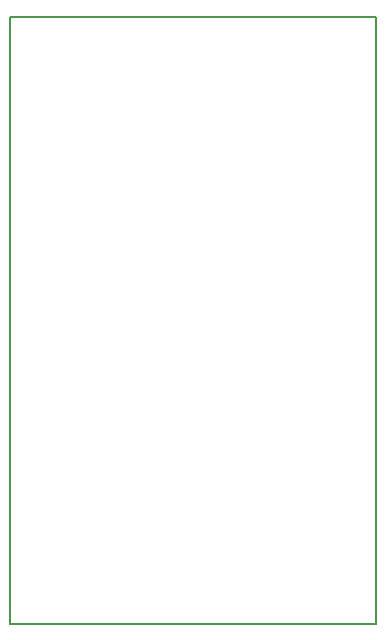
<source format=gm1>
G04 MADE WITH FRITZING*
G04 WWW.FRITZING.ORG*
G04 DOUBLE SIDED*
G04 HOLES PLATED*
G04 CONTOUR ON CENTER OF CONTOUR VECTOR*
%ASAXBY*%
%FSLAX23Y23*%
%MOIN*%
%OFA0B0*%
%SFA1.0B1.0*%
%ADD10R,1.226030X2.030510*%
%ADD11C,0.008000*%
%ADD10C,0.008*%
%LNCONTOUR*%
G90*
G70*
G54D10*
G54D11*
X4Y2027D02*
X1222Y2027D01*
X1222Y4D01*
X4Y4D01*
X4Y2027D01*
D02*
G04 End of contour*
M02*
</source>
